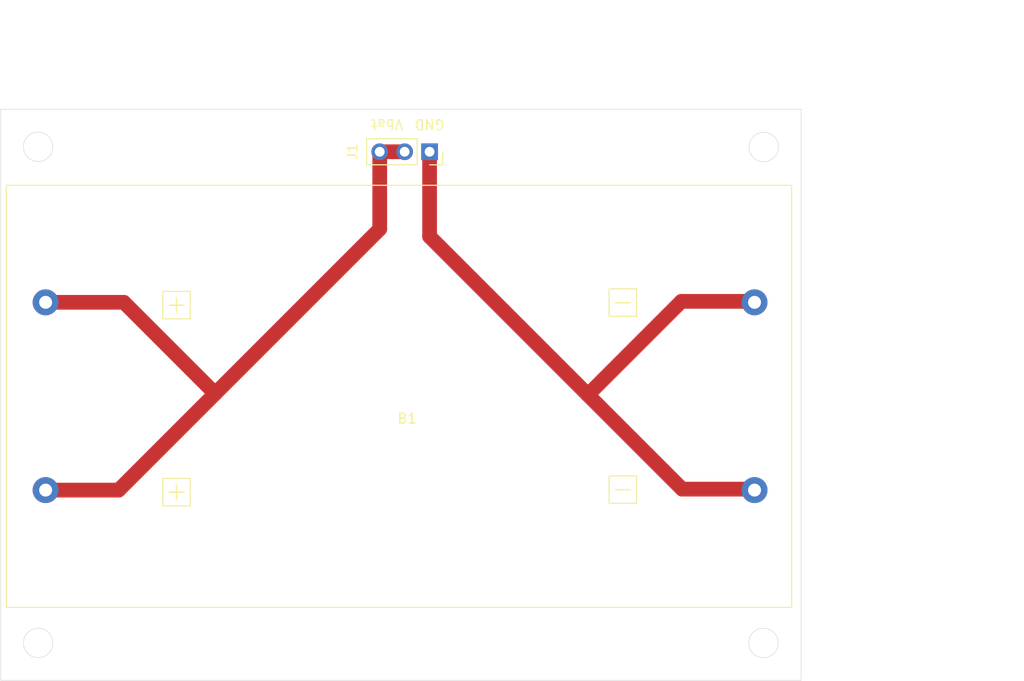
<source format=kicad_pcb>
(kicad_pcb (version 20171130) (host pcbnew "(5.1.10)-1")

  (general
    (thickness 1.6)
    (drawings 34)
    (tracks 13)
    (zones 0)
    (modules 2)
    (nets 3)
  )

  (page A4 portrait)
  (layers
    (0 F.Cu signal)
    (31 B.Cu signal)
    (32 B.Adhes user)
    (33 F.Adhes user)
    (34 B.Paste user)
    (35 F.Paste user)
    (36 B.SilkS user)
    (37 F.SilkS user)
    (38 B.Mask user)
    (39 F.Mask user)
    (40 Dwgs.User user)
    (41 Cmts.User user)
    (42 Eco1.User user)
    (43 Eco2.User user)
    (44 Edge.Cuts user)
    (45 Margin user)
    (46 B.CrtYd user)
    (47 F.CrtYd user)
    (48 B.Fab user)
    (49 F.Fab user)
  )

  (setup
    (last_trace_width 0.25)
    (user_trace_width 1.5)
    (trace_clearance 0.2)
    (zone_clearance 0.508)
    (zone_45_only no)
    (trace_min 0.2)
    (via_size 0.8)
    (via_drill 0.4)
    (via_min_size 0.4)
    (via_min_drill 0.3)
    (uvia_size 0.3)
    (uvia_drill 0.1)
    (uvias_allowed no)
    (uvia_min_size 0.2)
    (uvia_min_drill 0.1)
    (edge_width 0.05)
    (segment_width 0.2)
    (pcb_text_width 0.3)
    (pcb_text_size 1.5 1.5)
    (mod_edge_width 0.12)
    (mod_text_size 1 1)
    (mod_text_width 0.15)
    (pad_size 1.524 1.524)
    (pad_drill 0.762)
    (pad_to_mask_clearance 0)
    (aux_axis_origin 0 0)
    (visible_elements 7FFFFFFF)
    (pcbplotparams
      (layerselection 0x010fc_ffffffff)
      (usegerberextensions false)
      (usegerberattributes true)
      (usegerberadvancedattributes true)
      (creategerberjobfile true)
      (excludeedgelayer true)
      (linewidth 0.100000)
      (plotframeref false)
      (viasonmask false)
      (mode 1)
      (useauxorigin false)
      (hpglpennumber 1)
      (hpglpenspeed 20)
      (hpglpendiameter 15.000000)
      (psnegative false)
      (psa4output false)
      (plotreference true)
      (plotvalue true)
      (plotinvisibletext false)
      (padsonsilk false)
      (subtractmaskfromsilk false)
      (outputformat 1)
      (mirror false)
      (drillshape 1)
      (scaleselection 1)
      (outputdirectory ""))
  )

  (net 0 "")
  (net 1 GND)
  (net 2 +3V8)

  (net_class Default "This is the default net class."
    (clearance 0.2)
    (trace_width 0.25)
    (via_dia 0.8)
    (via_drill 0.4)
    (uvia_dia 0.3)
    (uvia_drill 0.1)
    (add_net +3V8)
    (add_net GND)
  )

  (net_class Power ""
    (clearance 0.2)
    (trace_width 2)
    (via_dia 0.8)
    (via_drill 0.4)
    (uvia_dia 0.3)
    (uvia_drill 0.1)
  )

  (module Connector_PinSocket_2.54mm:PinSocket_1x03_P2.54mm_Vertical (layer F.Cu) (tedit 5A19A429) (tstamp 61A3F5A8)
    (at 108.204 115.824 270)
    (descr "Through hole straight socket strip, 1x03, 2.54mm pitch, single row (from Kicad 4.0.7), script generated")
    (tags "Through hole socket strip THT 1x03 2.54mm single row")
    (path /61A27FA9)
    (fp_text reference J1 (at 0 7.874 90) (layer F.SilkS)
      (effects (font (size 1 1) (thickness 0.15)))
    )
    (fp_text value Conn_01x03_Female (at 2.794 2.794) (layer F.Fab)
      (effects (font (size 1 1) (thickness 0.15)))
    )
    (fp_line (start -1.27 -1.27) (end 0.635 -1.27) (layer F.Fab) (width 0.1))
    (fp_line (start 0.635 -1.27) (end 1.27 -0.635) (layer F.Fab) (width 0.1))
    (fp_line (start 1.27 -0.635) (end 1.27 6.35) (layer F.Fab) (width 0.1))
    (fp_line (start 1.27 6.35) (end -1.27 6.35) (layer F.Fab) (width 0.1))
    (fp_line (start -1.27 6.35) (end -1.27 -1.27) (layer F.Fab) (width 0.1))
    (fp_line (start -1.33 1.27) (end 1.33 1.27) (layer F.SilkS) (width 0.12))
    (fp_line (start -1.33 1.27) (end -1.33 6.41) (layer F.SilkS) (width 0.12))
    (fp_line (start -1.33 6.41) (end 1.33 6.41) (layer F.SilkS) (width 0.12))
    (fp_line (start 1.33 1.27) (end 1.33 6.41) (layer F.SilkS) (width 0.12))
    (fp_line (start 1.33 -1.33) (end 1.33 0) (layer F.SilkS) (width 0.12))
    (fp_line (start 0 -1.33) (end 1.33 -1.33) (layer F.SilkS) (width 0.12))
    (fp_line (start -1.8 -1.8) (end 1.75 -1.8) (layer F.CrtYd) (width 0.05))
    (fp_line (start 1.75 -1.8) (end 1.75 6.85) (layer F.CrtYd) (width 0.05))
    (fp_line (start 1.75 6.85) (end -1.8 6.85) (layer F.CrtYd) (width 0.05))
    (fp_line (start -1.8 6.85) (end -1.8 -1.8) (layer F.CrtYd) (width 0.05))
    (fp_text user %R (at 0 2.54) (layer F.Fab)
      (effects (font (size 1 1) (thickness 0.15)))
    )
    (pad 3 thru_hole oval (at 0 5.08 270) (size 1.7 1.7) (drill 1) (layers *.Cu *.Mask)
      (net 2 +3V8))
    (pad 2 thru_hole oval (at 0 2.54 270) (size 1.7 1.7) (drill 1) (layers *.Cu *.Mask)
      (net 2 +3V8))
    (pad 1 thru_hole rect (at 0 0 270) (size 1.7 1.7) (drill 1) (layers *.Cu *.Mask)
      (net 1 GND))
    (model ${KISYS3DMOD}/Connector_PinSocket_2.54mm.3dshapes/PinSocket_1x03_P2.54mm_Vertical.wrl
      (at (xyz 0 0 0))
      (scale (xyz 1 1 1))
      (rotate (xyz 0 0 0))
    )
  )

  (module General_TM:BatteryHolder_Keystone_1049_2x18650 (layer F.Cu) (tedit 61A00801) (tstamp 61A2791A)
    (at 69.088 158.242)
    (path /61A12CE1)
    (fp_text reference B1 (at 36.83 -15.24) (layer F.SilkS)
      (effects (font (size 1 1) (thickness 0.15)))
    )
    (fp_text value Keystone_1049 (at 36.83 -13.03) (layer F.Fab)
      (effects (font (size 1 1) (thickness 0.15)))
    )
    (fp_line (start -4 -39) (end 76 -39) (layer F.SilkS) (width 0.12))
    (fp_line (start 76 4) (end 76 -39) (layer F.SilkS) (width 0.12))
    (fp_line (start -4 4) (end -4 -39) (layer F.SilkS) (width 0.12))
    (fp_line (start -4 4) (end 76 4) (layer F.SilkS) (width 0.12))
    (pad "" np_thru_hole circle (at 72.22 0) (size 2.38 2.38) (drill 2.38) (layers *.Cu *.Mask))
    (pad "" np_thru_hole circle (at 63.71 -35) (size 3.55 3.55) (drill 3.55) (layers *.Cu *.Mask))
    (pad "" np_thru_hole circle (at 8.51 0) (size 3.55 3.55) (drill 3.55) (layers *.Cu *.Mask))
    (pad "" np_thru_hole circle (at 63.71 -17.53) (size 3.18 3.18) (drill 3.18) (layers *.Cu *.Mask))
    (pad "" np_thru_hole circle (at 8.51 -17.53) (size 3.18 3.18) (drill 3.18) (layers *.Cu *.Mask))
    (pad 4 thru_hole circle (at 72.22 -27.08) (size 2.64 2.64) (drill 1.32) (layers *.Cu *.Mask)
      (net 1 GND))
    (pad 2 thru_hole circle (at 72.22 -7.95) (size 2.64 2.64) (drill 1.32) (layers *.Cu *.Mask)
      (net 1 GND))
    (pad 3 thru_hole circle (at 0 -27.08) (size 2.64 2.64) (drill 1.32) (layers *.Cu *.Mask)
      (net 2 +3V8))
    (pad 1 thru_hole circle (at 0 -7.95) (size 2.64 2.64) (drill 1.32) (layers *.Cu *.Mask)
      (net 2 +3V8))
    (model ${GENERAL_TM}/keystone-PN1049.STEP
      (offset (xyz 34 17.6 11.5))
      (scale (xyz 1 1 1))
      (rotate (xyz -90 0 -90))
    )
  )

  (gr_text + (at 82.422217 131.300546) (layer F.SilkS) (tstamp 61AB664F)
    (effects (font (size 2 2) (thickness 0.15)))
  )
  (gr_text + (at 82.422217 150.350546) (layer F.SilkS) (tstamp 61AB664E)
    (effects (font (size 2 2) (thickness 0.15)))
  )
  (gr_line (start 83.82 149.098) (end 83.82 151.892) (layer F.SilkS) (width 0.12) (tstamp 61AB664D))
  (gr_line (start 83.82 151.892) (end 81.026 151.892) (layer F.SilkS) (width 0.12) (tstamp 61AB664C))
  (gr_line (start 81.026 151.892) (end 81.026 149.098) (layer F.SilkS) (width 0.12) (tstamp 61AB664B))
  (gr_line (start 83.82 132.842) (end 81.026 132.842) (layer F.SilkS) (width 0.12) (tstamp 61AB664A))
  (gr_line (start 81.026 149.098) (end 83.82 149.098) (layer F.SilkS) (width 0.12) (tstamp 61AB6649))
  (gr_line (start 81.026 132.842) (end 81.026 130.048) (layer F.SilkS) (width 0.12) (tstamp 61AB6648))
  (gr_line (start 81.026 130.048) (end 83.82 130.048) (layer F.SilkS) (width 0.12) (tstamp 61AB6647))
  (gr_line (start 83.82 130.048) (end 83.82 132.842) (layer F.SilkS) (width 0.12) (tstamp 61AB6646))
  (gr_text - (at 127.888217 150.096546) (layer F.SilkS) (tstamp 61AB6640)
    (effects (font (size 2 2) (thickness 0.15)))
  )
  (gr_line (start 129.286 151.638) (end 126.492 151.638) (layer F.SilkS) (width 0.12) (tstamp 61AB663F))
  (gr_line (start 126.492 151.638) (end 126.492 148.844) (layer F.SilkS) (width 0.12) (tstamp 61AB663E))
  (gr_line (start 126.492 148.844) (end 129.286 148.844) (layer F.SilkS) (width 0.12) (tstamp 61AB663D))
  (gr_line (start 129.286 148.844) (end 129.286 151.638) (layer F.SilkS) (width 0.12) (tstamp 61AB663C))
  (gr_line (start 126.492 132.588) (end 126.492 129.794) (layer F.SilkS) (width 0.12) (tstamp 61AB6545))
  (gr_line (start 129.286 132.588) (end 126.492 132.588) (layer F.SilkS) (width 0.12))
  (gr_line (start 129.286 129.794) (end 129.286 132.588) (layer F.SilkS) (width 0.12))
  (gr_line (start 126.492 129.794) (end 129.286 129.794) (layer F.SilkS) (width 0.12))
  (gr_text - (at 127.888217 131.046546) (layer F.SilkS)
    (effects (font (size 2 2) (thickness 0.15)))
  )
  (dimension 81.534 (width 0.15) (layer Dwgs.User)
    (gr_text "81.534 mm" (at 105.283 101.062001) (layer Dwgs.User)
      (effects (font (size 1 1) (thickness 0.15)))
    )
    (feature1 (pts (xy 64.516 111.506) (xy 64.516 101.77558)))
    (feature2 (pts (xy 146.05 111.506) (xy 146.05 101.77558)))
    (crossbar (pts (xy 146.05 102.362001) (xy 64.516 102.362001)))
    (arrow1a (pts (xy 64.516 102.362001) (xy 65.642504 101.77558)))
    (arrow1b (pts (xy 64.516 102.362001) (xy 65.642504 102.948422)))
    (arrow2a (pts (xy 146.05 102.362001) (xy 144.923496 101.77558)))
    (arrow2b (pts (xy 146.05 102.362001) (xy 144.923496 102.948422)))
  )
  (dimension 73.914 (width 0.15) (layer Dwgs.User) (tstamp 61A3F5D6)
    (gr_text "73.914 mm" (at 105.283 105.888001) (layer Dwgs.User) (tstamp 61A3F5D6)
      (effects (font (size 1 1) (thickness 0.15)))
    )
    (feature1 (pts (xy 68.326 115.316) (xy 68.326 106.60158)))
    (feature2 (pts (xy 142.24 115.316) (xy 142.24 106.60158)))
    (crossbar (pts (xy 142.24 107.188001) (xy 68.326 107.188001)))
    (arrow1a (pts (xy 68.326 107.188001) (xy 69.452504 106.60158)))
    (arrow1b (pts (xy 68.326 107.188001) (xy 69.452504 107.774422)))
    (arrow2a (pts (xy 142.24 107.188001) (xy 141.113496 106.60158)))
    (arrow2b (pts (xy 142.24 107.188001) (xy 141.113496 107.774422)))
  )
  (dimension 58.166 (width 0.15) (layer Dwgs.User)
    (gr_text "58.166 mm" (at 167.416 140.589 270) (layer Dwgs.User)
      (effects (font (size 1 1) (thickness 0.15)))
    )
    (feature1 (pts (xy 146.05 169.672) (xy 166.702421 169.672)))
    (feature2 (pts (xy 146.05 111.506) (xy 166.702421 111.506)))
    (crossbar (pts (xy 166.116 111.506) (xy 166.116 169.672)))
    (arrow1a (pts (xy 166.116 169.672) (xy 165.529579 168.545496)))
    (arrow1b (pts (xy 166.116 169.672) (xy 166.702421 168.545496)))
    (arrow2a (pts (xy 166.116 111.506) (xy 165.529579 112.632504)))
    (arrow2b (pts (xy 166.116 111.506) (xy 166.702421 112.632504)))
  )
  (dimension 50.522006 (width 0.15) (layer Dwgs.User)
    (gr_text "50.522 mm" (at 157.763447 140.60838 89.97278218) (layer Dwgs.User)
      (effects (font (size 1 1) (thickness 0.15)))
    )
    (feature1 (pts (xy 142.216 165.862) (xy 157.037868 165.869041)))
    (feature2 (pts (xy 142.24 115.34) (xy 157.061868 115.347041)))
    (crossbar (pts (xy 156.475447 115.346762) (xy 156.451447 165.868762)))
    (arrow1a (pts (xy 156.451447 165.868762) (xy 155.865561 164.74198)))
    (arrow1b (pts (xy 156.451447 165.868762) (xy 157.038403 164.742537)))
    (arrow2a (pts (xy 156.475447 115.346762) (xy 155.888491 116.472987)))
    (arrow2b (pts (xy 156.475447 115.346762) (xy 157.061333 116.473544)))
  )
  (gr_text Vbat (at 103.886 113.03 -180) (layer F.SilkS) (tstamp 61A3F58D)
    (effects (font (size 1 1) (thickness 0.15)))
  )
  (gr_text GND (at 108.204 113.03 -180) (layer F.SilkS) (tstamp 61A3F590)
    (effects (font (size 1 1) (thickness 0.15)))
  )
  (gr_circle (center 68.326 115.316) (end 66.826 115.316) (layer Edge.Cuts) (width 0.05) (tstamp 61A3DB5E))
  (gr_circle (center 142.24 115.34) (end 140.74 115.34) (layer Edge.Cuts) (width 0.05) (tstamp 61A3DB5E))
  (gr_line (start 146.05 169.672) (end 146.05 111.506) (layer Edge.Cuts) (width 0.05) (tstamp 61A27944))
  (gr_line (start 146.05 111.506) (end 64.516 111.506) (layer Edge.Cuts) (width 0.05) (tstamp 61A2794D))
  (gr_line (start 64.516 169.672) (end 64.516 111.506) (layer Edge.Cuts) (width 0.05) (tstamp 61A27941))
  (gr_line (start 146.05 169.672) (end 64.516 169.672) (layer Edge.Cuts) (width 0.05) (tstamp 61A27950))
  (gr_circle (center 142.216 165.862) (end 140.716 165.862) (layer Edge.Cuts) (width 0.05) (tstamp 61A2794A))
  (gr_circle (center 68.326 165.862) (end 66.826 165.862) (layer Edge.Cuts) (width 0.05) (tstamp 61A2793E))

  (segment (start 141.308 131.064) (end 133.858 131.064) (width 1.5) (layer F.Cu) (net 1) (tstamp 61A27806))
  (segment (start 133.858 131.064) (end 124.333 140.589) (width 1.5) (layer F.Cu) (net 1) (tstamp 61A27800))
  (segment (start 133.938 150.194) (end 124.333 140.589) (width 1.5) (layer F.Cu) (net 1) (tstamp 61A27803))
  (segment (start 141.308 150.194) (end 133.938 150.194) (width 1.5) (layer F.Cu) (net 1) (tstamp 61A27809))
  (segment (start 108.204 124.46) (end 108.204 115.824) (width 1.5) (layer F.Cu) (net 1))
  (segment (start 124.333 140.589) (end 108.204 124.46) (width 1.5) (layer F.Cu) (net 1))
  (segment (start 69.088 131.162) (end 77.06 131.162) (width 1.5) (layer F.Cu) (net 2))
  (segment (start 77.06 131.162) (end 86.36 140.462) (width 1.5) (layer F.Cu) (net 2))
  (segment (start 76.53 150.292) (end 69.088 150.292) (width 1.5) (layer F.Cu) (net 2))
  (segment (start 86.36 140.462) (end 76.53 150.292) (width 1.5) (layer F.Cu) (net 2))
  (segment (start 103.124 123.698) (end 103.124 115.824) (width 1.5) (layer F.Cu) (net 2))
  (segment (start 86.36 140.462) (end 103.124 123.698) (width 1.5) (layer F.Cu) (net 2))
  (segment (start 103.124 115.824) (end 105.664 115.824) (width 1.5) (layer F.Cu) (net 2))

)

</source>
